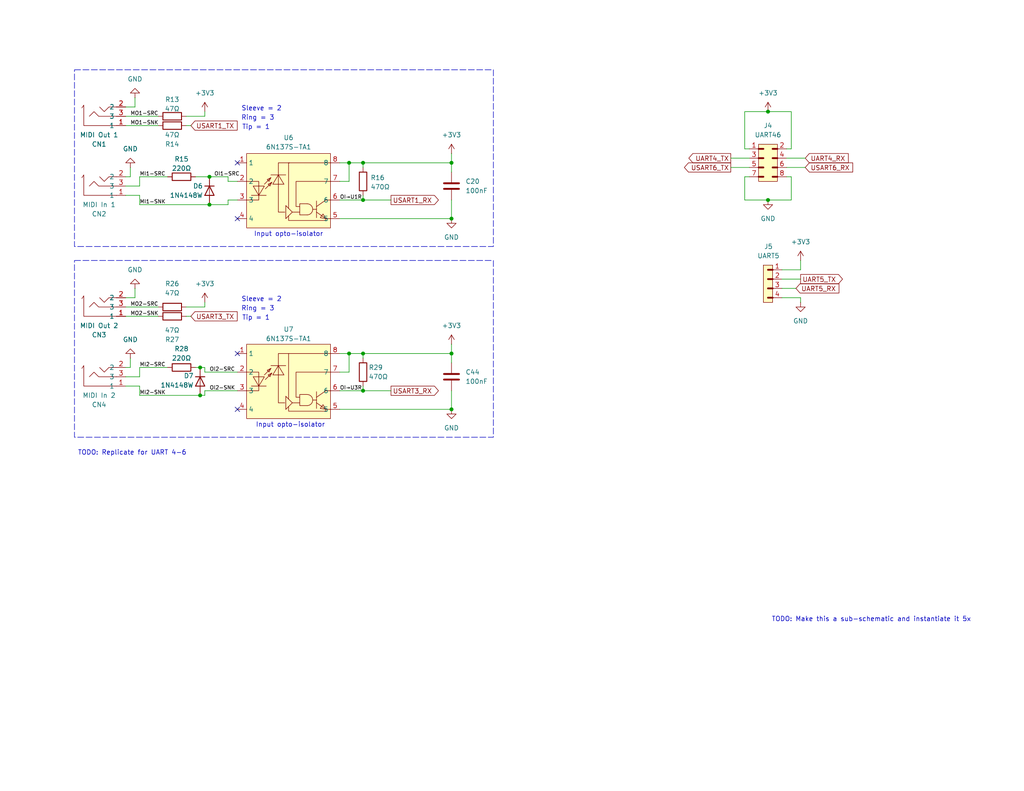
<source format=kicad_sch>
(kicad_sch (version 20231120) (generator "eeschema") (generator_version "8.0")
  (paper "USLetter")
  (title_block (title "MIDI") (date "2024-10-26") (rev "1") (company "Douglas P. Fields, Jr.") (comment 1 "Sleeve: n/c (5-pin: 2)") (comment 2 "Ring: Source (5-pin: 4)") (comment 3 "Tip: Sink (5-pin: 5)") (comment 4 "MIDI TRS Type A"))
  (lib_symbols
    (symbol "Device:C" (pin_numbers hide) (pin_names (offset 0.254))
      (property "Reference" "C" (at 0.635 2.54 0))
      (property "Value" "C" (at 0.635 -2.54 0))
      (symbol "C_0_1"
        (polyline (pts (xy -2.032 -0.762) (xy 2.032 -0.762)) (stroke (width 0.508)))
        (polyline (pts (xy -2.032 0.762) (xy 2.032 0.762)) (stroke (width 0.508)))
      )
      (symbol "C_1_1"
        (pin passive line (at 0 3.81 270) (length 2.794) (name "~") (number "1"))
        (pin passive line (at 0 -3.81 90) (length 2.794) (name "~") (number "2"))
      )
    )
    (symbol "Device:R" (pin_numbers hide) (pin_names (offset 0))
      (property "Reference" "R" (at 2.032 0 90))
      (property "Value" "R" (at 0 0 90))
      (symbol "R_0_1"
        (rectangle (start -1.016 -2.54) (end 1.016 2.54) (stroke (width 0.254)))
      )
      (symbol "R_1_1"
        (pin passive line (at 0 3.81 270) (length 1.27) (name "~") (number "1"))
        (pin passive line (at 0 -3.81 90) (length 1.27) (name "~") (number "2"))
      )
    )
    (symbol "Diode:1N4148W" (pin_numbers hide) (pin_names hide)
      (property "Reference" "D" (at 0 2.54 0))
      (property "Value" "1N4148W" (at 0 -2.54 0))
      (symbol "1N4148W_0_1"
        (polyline (pts (xy -1.27 1.27) (xy -1.27 -1.27)) (stroke (width 0.254)))
        (polyline (pts (xy 1.27 0) (xy -1.27 0)))
        (polyline (pts (xy 1.27 1.27) (xy 1.27 -1.27) (xy -1.27 0) (xy 1.27 1.27)) (stroke (width 0.254)))
      )
      (symbol "1N4148W_1_1"
        (pin passive line (at -3.81 0 0) (length 2.54) (name "K") (number "1"))
        (pin passive line (at 3.81 0 180) (length 2.54) (name "A") (number "2"))
      )
    )
    (symbol "PCM_SL_Pin_Headers:PINHD_1x4_Male"
      (property "Reference" "J" (at 0 8.89 0))
      (property "Value" "PINHD_1x4_Male" (at 0 6.35 0))
      (symbol "PINHD_1x4_Male_0_1"
        (rectangle (start -1.27 5.08) (end 1.27 -5.08) (fill (type background)))
        (polyline (pts (xy -1.27 -3.81) (xy 0 -3.81)) (stroke (width 0.3)))
        (polyline (pts (xy -1.27 -3.81) (xy 0 -3.81)) (stroke (width 0.5)))
        (polyline (pts (xy -1.27 -1.27) (xy 0 -1.27)) (stroke (width 0.3)))
        (polyline (pts (xy -1.27 -1.27) (xy 0 -1.27)) (stroke (width 0.5)))
        (polyline (pts (xy -1.27 1.27) (xy 0 1.27)) (stroke (width 0.3)))
        (polyline (pts (xy -1.27 1.27) (xy 0 1.27)) (stroke (width 0.5)))
        (polyline (pts (xy -1.27 3.81) (xy 0 3.81)) (stroke (width 0.3)))
        (polyline (pts (xy -1.27 3.81) (xy 0 3.81)) (stroke (width 0.5)))
      )
      (symbol "PINHD_1x4_Male_1_1"
        (pin passive line (at -3.81 3.81 0) (length 2.54) (name "") (number "1"))
        (pin passive line (at -3.81 1.27 0) (length 2.54) (name "") (number "2"))
        (pin passive line (at -3.81 -1.27 0) (length 2.54) (name "") (number "3"))
        (pin passive line (at -3.81 -3.81 0) (length 2.54) (name "") (number "4"))
      )
    )
    (symbol "PCM_SL_Pin_Headers:PINHD_2x4_Male"
      (property "Reference" "J" (at -1.27 8.89 0))
      (property "Value" "PINHD_2x4_Male" (at -1.27 6.35 0))
      (symbol "PINHD_2x4_Male_0_1"
        (rectangle (start -2.54 5.08) (end 2.54 -5.08) (fill (type background)))
        (polyline (pts (xy -2.54 -3.81) (xy -1.27 -3.81)) (stroke (width 0.5)))
        (polyline (pts (xy -2.54 -1.27) (xy -1.27 -1.27)) (stroke (width 0.5)))
        (polyline (pts (xy -2.54 1.27) (xy -1.27 1.27)) (stroke (width 0.3)))
        (polyline (pts (xy -2.54 1.27) (xy -1.27 1.27)) (stroke (width 0.5)))
        (polyline (pts (xy -2.54 3.81) (xy -1.27 3.81)) (stroke (width 0.5)))
        (polyline (pts (xy 1.27 -3.81) (xy 2.54 -3.81)) (stroke (width 0.5)))
        (polyline (pts (xy 1.27 -1.27) (xy 2.54 -1.27)) (stroke (width 0.5)))
        (polyline (pts (xy 1.27 1.27) (xy 2.54 1.27)) (stroke (width 0.5)))
        (polyline (pts (xy 1.27 3.81) (xy 2.54 3.81)) (stroke (width 0.5)))
      )
      (symbol "PINHD_2x4_Male_1_1"
        (pin passive line (at -5.08 3.81 0) (length 2.54) (name "") (number "1"))
        (pin passive line (at 5.08 3.81 180) (length 2.54) (name "") (number "2"))
        (pin passive line (at -5.08 1.27 0) (length 2.54) (name "") (number "3"))
        (pin passive line (at 5.08 1.27 180) (length 2.54) (name "") (number "4"))
        (pin passive line (at -5.08 -1.27 0) (length 2.54) (name "") (number "5"))
        (pin passive line (at 5.08 -1.27 180) (length 2.54) (name "") (number "6"))
        (pin passive line (at -5.08 -3.81 0) (length 2.54) (name "") (number "7"))
        (pin passive line (at 5.08 -3.81 180) (length 2.54) (name "") (number "8"))
      )
    )
    (symbol "easyeda2kicad:6N137S-TA1"
      (property "Reference" "U" (at 0 12.7 0))
      (property "Value" "6N137S-TA1" (at 0 -12.7 0))
      (symbol "6N137S-TA1_0_1"
        (rectangle (start -11.43 10.16) (end 11.43 -10.16) (fill (type background)))
        (polyline (pts (xy -6.6 1.78) (xy -4.83 3.56)))
        (polyline (pts (xy -6.35 0.51) (xy -4.57 2.29)))
        (polyline (pts (xy -6.1 -1.27) (xy -10.16 -1.27)))
        (polyline (pts (xy -4.83 4.32) (xy -0.76 4.32)))
        (polyline (pts (xy -0.76 -7.62) (xy -0.76 -4.06)))
        (polyline (pts (xy 3.05 -5.84) (xy 1.02 -5.84)))
        (polyline (pts (xy 7.62 -5.84) (xy 10.16 -7.62)))
        (polyline (pts (xy 7.62 -5.08) (xy 6.6 -5.08)))
        (polyline (pts (xy 7.62 -2.79) (xy 7.62 -7.37)))
        (polyline (pts (xy 10.16 -7.62) (xy 11.43 -7.62)))
        (polyline (pts (xy 10.16 -2.54) (xy 7.62 -4.32)))
        (polyline (pts (xy 10.16 -2.54) (xy 11.43 -2.54)))
        (polyline (pts (xy -0.76 -4.06) (xy 1.02 -5.84) (xy -0.76 -7.62)))
        (polyline (pts (xy 0 -4.83) (xy 0 7.62) (xy 11.43 7.62)))
        (polyline (pts (xy -11.43 2.54) (xy -8.13 2.54) (xy -8.13 -2.54) (xy -11.43 -2.54)))
        (polyline (pts (xy -9.65 1.27) (xy -8.13 -1.27) (xy -6.6 1.27) (xy -9.65 1.27)) (fill (type background)))
        (polyline (pts (xy -4.83 3.56) (xy -5.84 3.05) (xy -5.33 2.54) (xy -4.83 3.56)) (fill (type background)))
        (polyline (pts (xy -4.57 2.29) (xy -5.59 1.78) (xy -5.08 1.27) (xy -4.57 2.29)) (fill (type background)))
        (polyline (pts (xy -1.27 1.78) (xy -2.79 4.32) (xy -4.32 1.78) (xy -1.27 1.78)) (fill (type background)))
        (polyline (pts (xy 0 -6.86) (xy 0 -8.13) (xy 10.16 -8.13) (xy 10.16 -7.62)))
        (polyline (pts (xy 0.25 7.62) (xy -2.79 7.62) (xy -2.79 -5.84) (xy -1.02 -5.84)))
        (polyline (pts (xy 3.05 -4.32) (xy 2.03 -4.32) (xy 2.03 2.54) (xy 11.43 2.54)))
        (polyline (pts (xy 5.08 -3.56) (xy 3.05 -3.56) (xy 3.05 -6.6) (xy 5.08 -6.6)))
        (polyline (pts (xy 10.16 -7.62) (xy 9.4 -6.35) (xy 8.64 -7.37) (xy 10.16 -7.62)) (fill (type background)))
        (arc (start 5.11 -6.6) (mid 6.5788 -5.0703) (end 5.08 -3.57))
        (pin unspecified line (at -13.97 7.62 0) (length 2.54) (name "1") (number "1"))
        (pin unspecified line (at -13.97 2.54 0) (length 2.54) (name "2") (number "2"))
        (pin unspecified line (at -13.97 -2.54 0) (length 2.54) (name "3") (number "3"))
        (pin unspecified line (at -13.97 -7.62 0) (length 2.54) (name "4") (number "4"))
        (pin unspecified line (at 13.97 -7.62 180) (length 2.54) (name "5") (number "5"))
        (pin unspecified line (at 13.97 -2.54 180) (length 2.54) (name "6") (number "6"))
        (pin unspecified line (at 13.97 2.54 180) (length 2.54) (name "7") (number "7"))
        (pin unspecified line (at 13.97 7.62 180) (length 2.54) (name "8") (number "8"))
      )
    )
    (symbol "easyeda2kicad:PJ-321A-4A"
      (property "Reference" "CN" (at 0 7.62 0))
      (property "Value" "PJ-321A-4A" (at 0 -7.62 0))
      (symbol "PJ-321A-4A_0_1"
        (polyline (pts (xy 0 -2.54) (xy -2.03 -2.54) (xy -3.3 -1.27) (xy -4.57 -2.54)))
        (polyline (pts (xy 0 0) (xy -4.83 0) (xy -6.1 -1.27) (xy -7.37 0)))
        (polyline (pts (xy 0 2.54) (xy -8.89 2.54) (xy -8.89 -3.05) (xy -9.4 -2.29)))
        (pin input line (at 2.54 2.54 180) (length 2.54) (name "1") (number "1"))
        (pin input line (at 2.54 -2.54 180) (length 2.54) (name "2") (number "2"))
        (pin input line (at 2.54 0 180) (length 2.54) (name "3") (number "3"))
      )
    )
    (symbol "power:+3V3" (power) (pin_numbers hide) (pin_names (offset 0) hide)
      (property "Value" "+3V3" (at 0 3.556 0))
      (symbol "+3V3_0_1"
        (polyline (pts (xy -0.762 1.27) (xy 0 2.54)))
        (polyline (pts (xy 0 0) (xy 0 2.54)))
        (polyline (pts (xy 0 2.54) (xy 0.762 1.27)))
      )
      (symbol "+3V3_1_1"
        (pin power_in line (at 0 0 90) (length 0) (name "~") (number "1"))
      )
    )
    (symbol "power:GND" (power) (pin_numbers hide) (pin_names (offset 0) hide)
      (property "Value" "GND" (at 0 -3.81 0))
      (symbol "GND_0_1"
        (polyline (pts (xy 0 0) (xy 0 -1.27) (xy 1.27 -1.27) (xy 0 -2.54) (xy -1.27 -1.27) (xy 0 -1.27)))
      )
      (symbol "GND_1_1"
        (pin power_in line (at 0 0 270) (length 0) (name "~") (number "1"))
      )
    )
  )
  (junction (at 99.06 44.45))
  (junction (at 123.19 44.45))
  (junction (at 54.61 100.33))
  (junction (at 99.06 54.61))
  (junction (at 57.15 48.26))
  (junction (at 123.19 96.52))
  (junction (at 57.15 55.88))
  (junction (at 209.55 54.61))
  (junction (at 99.06 106.68))
  (junction (at 95.25 44.45))
  (junction (at 209.55 30.48))
  (junction (at 99.06 96.52))
  (junction (at 95.25 96.52))
  (junction (at 54.61 107.95))
  (junction (at 123.19 59.69))
  (junction (at 123.19 111.76))
  (no_connect (at 64.77 59.69))
  (no_connect (at 64.77 96.52))
  (no_connect (at 64.77 111.76))
  (no_connect (at 64.77 44.45))
  (wire (pts (xy 203.2 54.61) (xy 209.55 54.61)))
  (wire (pts (xy 215.9 48.26) (xy 215.9 54.61)))
  (wire (pts (xy 123.19 93.98) (xy 123.19 96.52)))
  (wire (pts (xy 215.9 40.64) (xy 215.9 30.48)))
  (wire (pts (xy 55.88 30.48) (xy 55.88 31.75)))
  (wire (pts (xy 95.25 49.53) (xy 95.25 44.45)))
  (wire (pts (xy 34.29 105.41) (xy 38.1 105.41)))
  (wire (pts (xy 34.29 81.28) (xy 36.83 81.28)))
  (wire (pts (xy 35.56 45.72) (xy 35.56 48.26)))
  (wire (pts (xy 38.1 50.8) (xy 38.1 48.26)))
  (wire (pts (xy 57.15 48.26) (xy 62.23 48.26)))
  (wire (pts (xy 38.1 102.87) (xy 38.1 100.33)))
  (wire (pts (xy 218.44 81.28) (xy 213.36 81.28)))
  (wire (pts (xy 213.36 78.74) (xy 217.17 78.74)))
  (wire (pts (xy 215.9 54.61) (xy 209.55 54.61)))
  (wire (pts (xy 213.36 76.2) (xy 218.44 76.2)))
  (wire (pts (xy 92.71 59.69) (xy 123.19 59.69)))
  (wire (pts (xy 92.71 106.68) (xy 99.06 106.68)))
  (wire (pts (xy 34.29 83.82) (xy 43.18 83.82)))
  (wire (pts (xy 62.23 55.88) (xy 62.23 54.61)))
  (wire (pts (xy 38.1 105.41) (xy 38.1 107.95)))
  (wire (pts (xy 55.88 83.82) (xy 50.8 83.82)))
  (wire (pts (xy 92.71 111.76) (xy 123.19 111.76)))
  (wire (pts (xy 203.2 48.26) (xy 203.2 54.61)))
  (wire (pts (xy 55.88 82.55) (xy 55.88 83.82)))
  (wire (pts (xy 99.06 96.52) (xy 123.19 96.52)))
  (wire (pts (xy 34.29 31.75) (xy 43.18 31.75)))
  (wire (pts (xy 95.25 101.6) (xy 95.25 96.52)))
  (wire (pts (xy 99.06 54.61) (xy 106.68 54.61)))
  (wire (pts (xy 36.83 29.21) (xy 36.83 26.67)))
  (wire (pts (xy 55.88 100.33) (xy 54.61 100.33)))
  (wire (pts (xy 34.29 29.21) (xy 36.83 29.21)))
  (wire (pts (xy 92.71 44.45) (xy 95.25 44.45)))
  (wire (pts (xy 62.23 49.53) (xy 64.77 49.53)))
  (wire (pts (xy 34.29 50.8) (xy 38.1 50.8)))
  (wire (pts (xy 204.47 40.64) (xy 203.2 40.64)))
  (wire (pts (xy 214.63 43.18) (xy 219.71 43.18)))
  (wire (pts (xy 62.23 48.26) (xy 62.23 49.53)))
  (wire (pts (xy 99.06 106.68) (xy 99.06 105.41)))
  (wire (pts (xy 55.88 106.68) (xy 64.77 106.68)))
  (wire (pts (xy 99.06 106.68) (xy 106.68 106.68)))
  (wire (pts (xy 55.88 107.95) (xy 54.61 107.95)))
  (wire (pts (xy 38.1 48.26) (xy 45.72 48.26)))
  (wire (pts (xy 99.06 44.45) (xy 99.06 45.72)))
  (wire (pts (xy 35.56 100.33) (xy 34.29 100.33)))
  (wire (pts (xy 95.25 96.52) (xy 99.06 96.52)))
  (wire (pts (xy 199.39 43.18) (xy 204.47 43.18)))
  (wire (pts (xy 35.56 97.79) (xy 35.56 100.33)))
  (wire (pts (xy 99.06 44.45) (xy 123.19 44.45)))
  (wire (pts (xy 203.2 40.64) (xy 203.2 30.48)))
  (wire (pts (xy 123.19 96.52) (xy 123.19 99.06)))
  (wire (pts (xy 123.19 106.68) (xy 123.19 111.76)))
  (wire (pts (xy 92.71 101.6) (xy 95.25 101.6)))
  (wire (pts (xy 34.29 34.29) (xy 43.18 34.29)))
  (wire (pts (xy 55.88 31.75) (xy 50.8 31.75)))
  (wire (pts (xy 50.8 86.36) (xy 52.07 86.36)))
  (wire (pts (xy 123.19 41.91) (xy 123.19 44.45)))
  (wire (pts (xy 99.06 54.61) (xy 99.06 53.34)))
  (wire (pts (xy 99.06 96.52) (xy 99.06 97.79)))
  (wire (pts (xy 57.15 55.88) (xy 62.23 55.88)))
  (wire (pts (xy 215.9 48.26) (xy 214.63 48.26)))
  (wire (pts (xy 55.88 101.6) (xy 55.88 100.33)))
  (wire (pts (xy 218.44 82.55) (xy 218.44 81.28)))
  (wire (pts (xy 53.34 48.26) (xy 57.15 48.26)))
  (wire (pts (xy 218.44 73.66) (xy 213.36 73.66)))
  (wire (pts (xy 34.29 86.36) (xy 43.18 86.36)))
  (wire (pts (xy 38.1 100.33) (xy 45.72 100.33)))
  (wire (pts (xy 92.71 96.52) (xy 95.25 96.52)))
  (wire (pts (xy 203.2 30.48) (xy 209.55 30.48)))
  (wire (pts (xy 55.88 101.6) (xy 64.77 101.6)))
  (wire (pts (xy 38.1 53.34) (xy 38.1 55.88)))
  (wire (pts (xy 215.9 30.48) (xy 209.55 30.48)))
  (wire (pts (xy 92.71 49.53) (xy 95.25 49.53)))
  (wire (pts (xy 123.19 54.61) (xy 123.19 59.69)))
  (wire (pts (xy 62.23 54.61) (xy 64.77 54.61)))
  (wire (pts (xy 199.39 45.72) (xy 204.47 45.72)))
  (wire (pts (xy 35.56 48.26) (xy 34.29 48.26)))
  (wire (pts (xy 34.29 53.34) (xy 38.1 53.34)))
  (wire (pts (xy 55.88 106.68) (xy 55.88 107.95)))
  (wire (pts (xy 204.47 48.26) (xy 203.2 48.26)))
  (wire (pts (xy 92.71 54.61) (xy 99.06 54.61)))
  (wire (pts (xy 214.63 45.72) (xy 219.71 45.72)))
  (wire (pts (xy 123.19 44.45) (xy 123.19 46.99)))
  (wire (pts (xy 95.25 44.45) (xy 99.06 44.45)))
  (wire (pts (xy 50.8 34.29) (xy 52.07 34.29)))
  (wire (pts (xy 38.1 55.88) (xy 57.15 55.88)))
  (wire (pts (xy 36.83 81.28) (xy 36.83 78.74)))
  (wire (pts (xy 218.44 71.12) (xy 218.44 73.66)))
  (wire (pts (xy 214.63 40.64) (xy 215.9 40.64)))
  (wire (pts (xy 38.1 107.95) (xy 54.61 107.95)))
  (wire (pts (xy 34.29 102.87) (xy 38.1 102.87)))
  (wire (pts (xy 54.61 100.33) (xy 53.34 100.33)))
  (rectangle (start 20.32 19.05) (end 134.62 67.31) (stroke (width 0) (type dash)))
  (rectangle (start 20.32 71.12) (end 134.62 119.38) (stroke (width 0) (type dash)))
  (text "Ring = 3" (at 70.358 84.328 0) (effects (font (size 1.27 1.27))))
  (text "TODO: Replicate for UART 4-6" (at 36.068 123.698 0) (effects (font (size 1.27 1.27))))
  (text "Input opto-isolator" (at 79.248 116.078 0) (effects (font (size 1.27 1.27))))
  (text "Ring = 3" (at 70.358 32.258 0) (effects (font (size 1.27 1.27))))
  (text "Tip = 1" (at 69.85 86.868 0) (effects (font (size 1.27 1.27))))
  (text "Sleeve = 2" (at 71.374 81.788 0) (effects (font (size 1.27 1.27))))
  (text "Input opto-isolator" (at 78.74 64.008 0) (effects (font (size 1.27 1.27))))
  (text "TODO: Make this a sub-schematic and instantiate it 5x" (at 237.744 169.164 0) (effects (font (size 1.27 1.27))))
  (text "Tip = 1" (at 69.85 34.798 0) (effects (font (size 1.27 1.27))))
  (text "Sleeve = 2" (at 71.374 29.718 0) (effects (font (size 1.27 1.27))))
  (label "OI1-SRC" (at 58.42 48.26 0) (effects (font (size 1.016 1.016))))
  (label "MO1-SRC" (at 35.56 31.75 0) (effects (font (size 1.016 1.016))))
  (label "MO2-SRC" (at 35.56 83.82 0) (effects (font (size 1.016 1.016))))
  (label "OI→U3R" (at 92.71 106.68 0) (effects (font (size 1.016 1.016))))
  (label "MO1-SNK" (at 35.56 34.29 0) (effects (font (size 1.016 1.016))))
  (label "MO2-SNK" (at 35.56 86.36 0) (effects (font (size 1.016 1.016))))
  (label "OI2-SRC" (at 57.15 101.6 0) (effects (font (size 1.016 1.016))))
  (label "MI1-SNK" (at 38.1 55.88 0) (effects (font (size 1.016 1.016))))
  (label "MI2-SNK" (at 38.1 107.95 0) (effects (font (size 1.016 1.016))))
  (label "MI1-SRC" (at 38.1 48.26 0) (effects (font (size 1.016 1.016))))
  (label "OI2-SNK" (at 57.15 106.68 0) (effects (font (size 1.016 1.016))))
  (label "OI→U1R" (at 92.71 54.61 0) (effects (font (size 1.016 1.016))))
  (label "MI2-SRC" (at 38.1 100.33 0) (effects (font (size 1.016 1.016))))
  (global_label "USART6_RX" (shape input) (at 219.71 45.72 0) (property "Intersheetrefs" "${INTERSHEET_REFS}" (effects (hide yes))))
  (global_label "UART5_RX" (shape input) (at 217.17 78.74 0) (property "Intersheetrefs" "${INTERSHEET_REFS}" (effects (hide yes))))
  (global_label "USART1_RX" (shape output) (at 106.68 54.61 0) (property "Intersheetrefs" "${INTERSHEET_REFS}" (effects (hide yes))))
  (global_label "USART3_RX" (shape output) (at 106.68 106.68 0) (property "Intersheetrefs" "${INTERSHEET_REFS}" (effects (hide yes))))
  (global_label "USART3_TX" (shape input) (at 52.07 86.36 0) (property "Intersheetrefs" "${INTERSHEET_REFS}" (effects (hide yes))))
  (global_label "UART4_TX" (shape output) (at 199.39 43.18 180) (property "Intersheetrefs" "${INTERSHEET_REFS}" (effects (hide yes))))
  (global_label "UART4_RX" (shape input) (at 219.71 43.18 0) (property "Intersheetrefs" "${INTERSHEET_REFS}" (effects (hide yes))))
  (global_label "UART5_TX" (shape output) (at 218.44 76.2 0) (property "Intersheetrefs" "${INTERSHEET_REFS}" (effects (hide yes))))
  (global_label "USART6_TX" (shape output) (at 199.39 45.72 180) (property "Intersheetrefs" "${INTERSHEET_REFS}" (effects (hide yes))))
  (global_label "USART1_TX" (shape input) (at 52.07 34.29 0) (property "Intersheetrefs" "${INTERSHEET_REFS}" (effects (hide yes))))
  (symbol (lib_id "power:GND") (at 36.83 78.74 0) (mirror x) (unit 1)
    (property "Reference" "#PWR072" (effects (hide yes)))
    (property "Value" "GND" (at 36.83 73.66 0))
    (property "Description" "Power symbol creates a global label with name \"GND\" , ground" (effects (hide yes)))
  )
  (symbol (lib_id "easyeda2kicad:PJ-321A-4A") (at 31.75 83.82 0) (mirror x) (unit 1)
    (property "Reference" "CN3" (at 27.05 91.44 0))
    (property "Value" "MIDI Out 2" (at 27.05 88.9 0))
    (property "Footprint" "easyeda2kicad:AUDIO-SMD_PJ-321A-4A" (effects (hide yes)))
    (property "Datasheet" "https://lcsc.com/product-detail/Audio-Video-Connectors_Korean-Hroparts-Elec-PJ-321A-4A_C879743.html" (effects (hide yes)))
    (property "Description" "Korean Hroparts Elec PJ-321A-4A -20℃~+70℃ 3.5mm Headphone Jack 30V 500mA SMD Audio Connectors (Headphones) ROHS" (effects (hide yes)))
    (property "LCSC Part" "C879743" (effects (hide yes)))
    (property "LCSC" "C879743" (effects (hide yes)))
    (property "DPFNOTES" "-20℃~+70℃ 3.5mm Headphone Jack 30V 500mA SMD Audio Connectors (Headphones) ROHS" (effects (hide yes)))
    (property "DPFURL" "https://jlcpcb.com/partdetail/Korean_HropartsElec-PJ_321A4A/C879743" (effects (hide yes)))
    (property "JLC Basic Part" "Extended" (effects (hide yes)))
    (property "Manu Part" "PJ-321A-4A" (effects (hide yes)))
    (property "Manufacturer" "Korean Hroparts Elec" (effects (hide yes)))
  )
  (symbol (lib_id "power:GND") (at 35.56 97.79 0) (mirror x) (unit 1)
    (property "Reference" "#PWR071" (effects (hide yes)))
    (property "Value" "GND" (at 35.56 92.71 0))
    (property "Description" "Power symbol creates a global label with name \"GND\" , ground" (effects (hide yes)))
  )
  (symbol (lib_id "power:GND") (at 35.56 45.72 0) (mirror x) (unit 1)
    (property "Reference" "#PWR040" (effects (hide yes)))
    (property "Value" "GND" (at 35.56 40.64 0))
    (property "Description" "Power symbol creates a global label with name \"GND\" , ground" (effects (hide yes)))
  )
  (symbol (lib_id "power:+3V3") (at 55.88 82.55 0) (unit 1)
    (property "Reference" "#PWR073" (effects (hide yes)))
    (property "Value" "+3V3" (at 55.88 77.47 0))
    (property "Description" "Power symbol creates a global label with name \"+3V3\"" (effects (hide yes)))
  )
  (symbol (lib_id "easyeda2kicad:PJ-321A-4A") (at 31.75 50.8 0) (mirror x) (unit 1)
    (property "Reference" "CN2" (at 27.05 58.42 0))
    (property "Value" "MIDI In 1" (at 27.05 55.88 0))
    (property "Footprint" "easyeda2kicad:AUDIO-SMD_PJ-321A-4A" (effects (hide yes)))
    (property "Datasheet" "https://lcsc.com/product-detail/Audio-Video-Connectors_Korean-Hroparts-Elec-PJ-321A-4A_C879743.html" (effects (hide yes)))
    (property "Description" "Korean Hroparts Elec PJ-321A-4A -20℃~+70℃ 3.5mm Headphone Jack 30V 500mA SMD Audio Connectors (Headphones) ROHS" (effects (hide yes)))
    (property "LCSC Part" "C879743" (effects (hide yes)))
    (property "LCSC" "C879743" (effects (hide yes)))
    (property "DPFNOTES" "-20℃~+70℃ 3.5mm Headphone Jack 30V 500mA SMD Audio Connectors (Headphones) ROHS" (effects (hide yes)))
    (property "DPFURL" "https://jlcpcb.com/partdetail/Korean_HropartsElec-PJ_321A4A/C879743" (effects (hide yes)))
    (property "JLC Basic Part" "Extended" (effects (hide yes)))
    (property "Manu Part" "PJ-321A-4A" (effects (hide yes)))
    (property "Manufacturer" "Korean Hroparts Elec" (effects (hide yes)))
  )
  (symbol (lib_id "easyeda2kicad:6N137S-TA1") (at 78.74 104.14 0) (unit 1)
    (property "Reference" "U7" (at 78.74 89.916 0))
    (property "Value" "6N137S-TA1" (at 78.74 92.456 0))
    (property "Footprint" "easyeda2kicad:SOP-8_L9.8-W6.6-P2.54-LS10.3-BL" (effects (hide yes)))
    (property "Datasheet" "https://lcsc.com/product-detail/SMD-Optocouplers_6N137S-TA1_C92651.html" (effects (hide yes)))
    (property "LCSC Part" "C92651" (effects (hide yes)))
    (property "LCSC" "C92651" (effects (hide yes)))
    (property "Manu Part" "6N137S-TA1-L" (effects (hide yes)))
    (property "Manufacturer" "Lite-On" (effects (hide yes)))
    (property "DPFNOTES" "15Mbit/s 4.5V~5.5V 10kV/us DC SOP-8-2.54mm Logic Output Optoisolators ROHS" (effects (hide yes)))
    (property "JLC Basic Part" "Extended" (effects (hide yes)))
  )
  (symbol (lib_id "power:+3V3") (at 209.55 30.48 0) (unit 1)
    (property "Reference" "#PWR076" (effects (hide yes)))
    (property "Value" "+3V3" (at 209.55 25.4 0))
    (property "Description" "Power symbol creates a global label with name \"+3V3\"" (effects (hide yes)))
  )
  (symbol (lib_id "power:GND") (at 209.55 54.61 0) (unit 1)
    (property "Reference" "#PWR077" (effects (hide yes)))
    (property "Value" "GND" (at 209.55 59.69 0))
    (property "Description" "Power symbol creates a global label with name \"GND\" , ground" (effects (hide yes)))
  )
  (symbol (lib_id "power:+3V3") (at 123.19 93.98 0) (unit 1)
    (property "Reference" "#PWR074" (effects (hide yes)))
    (property "Value" "+3V3" (at 123.19 88.9 0))
    (property "Description" "Power symbol creates a global label with name \"+3V3\"" (effects (hide yes)))
  )
  (symbol (lib_id "Device:R") (at 99.06 49.53 0) (mirror x) (unit 1)
    (property "Reference" "R16" (at 101.092 48.514 0) (effects (justify left)))
    (property "Value" "470Ω" (at 101.092 51.054 0) (effects (justify left)))
    (property "Footprint" "Resistor_SMD:R_0402_1005Metric" (effects (hide yes)))
    (property "Datasheet" "https://www.lcsc.com/datasheet/lcsc_datasheet_2205311900_UNI-ROYAL-Uniroyal-Elec-0402WGF4700TCE_C25117.pdf" (effects (hide yes)))
    (property "Description" "Resistor" (effects (hide yes)))
    (property "LCSC" "C25117" (effects (hide yes)))
    (property "DPFNOTES" "62.5mW Thick Film Resistors 50V ±100ppm/℃ ±1% 470Ω 0402 Chip Resistor - Surface Mount ROHS" (effects (hide yes)))
    (property "Manu Part" "0402WGF4700TCE" (effects (hide yes)))
    (property "Manufacturer" "UNI-ROYAL(Uniroyal Elec)" (effects (hide yes)))
    (property "JLC Basic Part" "Basic" (effects (hide yes)))
  )
  (symbol (lib_id "power:GND") (at 123.19 111.76 0) (unit 1)
    (property "Reference" "#PWR075" (effects (hide yes)))
    (property "Value" "GND" (at 123.19 116.84 0))
    (property "Description" "Power symbol creates a global label with name \"GND\" , ground" (effects (hide yes)))
  )
  (symbol (lib_id "easyeda2kicad:6N137S-TA1") (at 78.74 52.07 0) (unit 1)
    (property "Reference" "U6" (at 78.74 37.592 0))
    (property "Value" "6N137S-TA1" (at 78.74 40.132 0))
    (property "Footprint" "easyeda2kicad:SOP-8_L9.8-W6.6-P2.54-LS10.3-BL" (effects (hide yes)))
    (property "Datasheet" "https://lcsc.com/product-detail/SMD-Optocouplers_6N137S-TA1_C92651.html" (effects (hide yes)))
    (property "LCSC Part" "C92651" (effects (hide yes)))
    (property "LCSC" "C92651" (effects (hide yes)))
    (property "Manu Part" "6N137S-TA1-L" (effects (hide yes)))
    (property "Manufacturer" "Lite-On" (effects (hide yes)))
    (property "DPFNOTES" "15Mbit/s 4.5V~5.5V 10kV/us DC SOP-8-2.54mm Logic Output Optoisolators ROHS" (effects (hide yes)))
    (property "JLC Basic Part" "Extended" (effects (hide yes)))
  )
  (symbol (lib_id "Device:R") (at 46.99 86.36 90) (mirror x) (unit 1)
    (property "Reference" "R27" (at 46.99 92.71 90))
    (property "Value" "47Ω" (at 46.99 90.17 90))
    (property "Footprint" "Resistor_SMD:R_0402_1005Metric" (effects (hide yes)))
    (property "Datasheet" "https://www.lcsc.com/datasheet/lcsc_datasheet_2205311900_UNI-ROYAL-Uniroyal-Elec-0402WGF470JTCE_C25118.pdf" (effects (hide yes)))
    (property "Description" "Resistor" (effects (hide yes)))
    (property "LCSC" "C25118" (effects (hide yes)))
    (property "DPFNOTES" "62.5mW Thick Film Resistors 50V ±1% ±200ppm/℃ 47Ω 0402 Chip Resistor - Surface Mount ROHS" (effects (hide yes)))
    (property "Manu Part" "0402WGF470JTCE" (effects (hide yes)))
    (property "Manufacturer" "UNI-ROYAL(Uniroyal Elec)" (effects (hide yes)))
    (property "JLC Basic Part" "Extended - Basic is C23182 but 0603" (effects (hide yes)))
  )
  (symbol (lib_id "Device:R") (at 46.99 31.75 90) (unit 1)
    (property "Reference" "R13" (at 46.99 27.178 90))
    (property "Value" "47Ω" (at 46.99 29.718 90))
    (property "Footprint" "Resistor_SMD:R_0402_1005Metric" (effects (hide yes)))
    (property "Datasheet" "https://www.lcsc.com/datasheet/lcsc_datasheet_2205311900_UNI-ROYAL-Uniroyal-Elec-0402WGF470JTCE_C25118.pdf" (effects (hide yes)))
    (property "Description" "Resistor" (effects (hide yes)))
    (property "LCSC" "C25118" (effects (hide yes)))
    (property "DPFNOTES" "62.5mW Thick Film Resistors 50V ±1% ±200ppm/℃ 47Ω 0402 Chip Resistor - Surface Mount ROHS" (effects (hide yes)))
    (property "Manu Part" "0402WGF470JTCE" (effects (hide yes)))
    (property "Manufacturer" "UNI-ROYAL(Uniroyal Elec)" (effects (hide yes)))
    (property "JLC Basic Part" "Extended - Basic is C23182 but 0603" (effects (hide yes)))
  )
  (symbol (lib_id "PCM_SL_Pin_Headers:PINHD_2x4_Male") (at 209.55 44.45 0) (unit 1)
    (property "Reference" "J4" (at 209.55 34.29 0))
    (property "Value" "UART46" (at 209.55 36.83 0))
    (property "Footprint" "Connector_PinHeader_2.54mm:PinHeader_2x04_P2.54mm_Vertical" (effects (hide yes)))
    (property "Datasheet" "https://wmsc.lcsc.com/wmsc/upload/file/pdf/v2/lcsc/2209231730_ZHOURI-PZ2-54-2-4_C5156676.pdf" (effects (hide yes)))
    (property "Description" "Pin Header male with pin space 2.54mm. Pin Count -8" (effects (hide yes)))
    (property "LCSC" "C5156676" (effects (hide yes)))
    (property "Manu Part" "PZ2.54-2*4" (effects (hide yes)))
    (property "Manufacturer" "ZHOURI" (effects (hide yes)))
    (property "DPFNOTES" "8P 2.54mm Double Row 2x4P Plugin,P=2.54mm Pin Headers ROHS" (effects (hide yes)))
    (property "JLC Basic Part" "Extended" (effects (hide yes)))
  )
  (symbol (lib_id "power:GND") (at 123.19 59.69 0) (unit 1)
    (property "Reference" "#PWR042" (effects (hide yes)))
    (property "Value" "GND" (at 123.19 64.77 0))
    (property "Description" "Power symbol creates a global label with name \"GND\" , ground" (effects (hide yes)))
  )
  (symbol (lib_id "easyeda2kicad:PJ-321A-4A") (at 31.75 102.87 0) (mirror x) (unit 1)
    (property "Reference" "CN4" (at 27.05 110.49 0))
    (property "Value" "MIDI In 2" (at 27.05 107.95 0))
    (property "Footprint" "easyeda2kicad:AUDIO-SMD_PJ-321A-4A" (effects (hide yes)))
    (property "Datasheet" "https://lcsc.com/product-detail/Audio-Video-Connectors_Korean-Hroparts-Elec-PJ-321A-4A_C879743.html" (effects (hide yes)))
    (property "Description" "Korean Hroparts Elec PJ-321A-4A -20℃~+70℃ 3.5mm Headphone Jack 30V 500mA SMD Audio Connectors (Headphones) ROHS" (effects (hide yes)))
    (property "LCSC Part" "C879743" (effects (hide yes)))
    (property "LCSC" "C879743" (effects (hide yes)))
    (property "DPFNOTES" "-20℃~+70℃ 3.5mm Headphone Jack 30V 500mA SMD Audio Connectors (Headphones) ROHS" (effects (hide yes)))
    (property "DPFURL" "https://jlcpcb.com/partdetail/Korean_HropartsElec-PJ_321A4A/C879743" (effects (hide yes)))
    (property "JLC Basic Part" "Extended" (effects (hide yes)))
    (property "Manu Part" "PJ-321A-4A" (effects (hide yes)))
    (property "Manufacturer" "Korean Hroparts Elec" (effects (hide yes)))
  )
  (symbol (lib_id "power:+3V3") (at 55.88 30.48 0) (unit 1)
    (property "Reference" "#PWR038" (effects (hide yes)))
    (property "Value" "+3V3" (at 55.88 25.4 0))
    (property "Description" "Power symbol creates a global label with name \"+3V3\"" (effects (hide yes)))
  )
  (symbol (lib_id "Diode:1N4148W") (at 54.61 104.14 90) (mirror x) (unit 1)
    (property "Reference" "D7" (at 52.832 102.616 90) (effects (justify left)))
    (property "Value" "1N4148W" (at 52.832 105.156 90) (effects (justify left)))
    (property "Footprint" "Diode_SMD:D_SOD-123" (effects (hide yes)))
    (property "Datasheet" "https://www.vishay.com/docs/85748/1n4148w.pdf" (effects (hide yes)))
    (property "Description" "75V 0.15A Fast Switching Diode, SOD-123" (effects (hide yes)))
    (property "Sim.Device" "D" (effects (hide yes)))
    (property "Sim.Pins" "1=K 2=A" (effects (hide yes)))
    (property "LCSC" "C81598" (effects (hide yes)))
    (property "DPFNOTES" "ST(Semtech) 1N4148W 75V Independent Type 1V@50mA 4ns 150mA SOD-123 Switching Diodes ROHS" (effects (hide yes)))
    (property "DPFURL" "https://jlcpcb.com/parts/componentSearch?searchTxt=3225%2032.768" (effects (hide yes)))
    (property "JLC Basic Part" "Basic" (effects (hide yes)))
    (property "Manu Part" "1N4148W" (effects (hide yes)))
    (property "Manufacturer" "ST(Semtech)" (effects (hide yes)))
  )
  (symbol (lib_id "Device:C") (at 123.19 102.87 0) (unit 1)
    (property "Reference" "C44" (at 127 101.5999 0) (effects (justify left)))
    (property "Value" "100nF" (at 127 104.1399 0) (effects (justify left)))
    (property "Footprint" "Capacitor_SMD:C_0402_1005Metric" (effects (hide yes)))
    (property "Datasheet" "https://www.lcsc.com/datasheet/lcsc_datasheet_2304140030_Samsung-Electro-Mechanics-CL05B104KB54PNC_C307331.pdf" (effects (hide yes)))
    (property "Description" "Unpolarized capacitor" (effects (hide yes)))
    (property "LCSC" "C307331" (effects (hide yes)))
    (property "DPFNOTES" "50V 100nF X7R ±10% 0402 Multilayer Ceramic Capacitors MLCC - SMD/SMT ROHS" (effects (hide yes)))
    (property "JLC Basic Part" "Basic" (effects (hide yes)))
    (property "Manu Part" "CL05B104KB54PNC" (effects (hide yes)))
    (property "Manufacturer" "Samsung Electro-Mechanics" (effects (hide yes)))
  )
  (symbol (lib_id "Device:R") (at 99.06 101.6 0) (mirror x) (unit 1)
    (property "Reference" "R29" (at 100.584 100.33 0) (effects (justify left)))
    (property "Value" "470Ω" (at 100.584 102.87 0) (effects (justify left)))
    (property "Footprint" "Resistor_SMD:R_0402_1005Metric" (effects (hide yes)))
    (property "Datasheet" "https://www.lcsc.com/datasheet/lcsc_datasheet_2205311900_UNI-ROYAL-Uniroyal-Elec-0402WGF4700TCE_C25117.pdf" (effects (hide yes)))
    (property "Description" "Resistor" (effects (hide yes)))
    (property "LCSC" "C25117" (effects (hide yes)))
    (property "DPFNOTES" "62.5mW Thick Film Resistors 50V ±100ppm/℃ ±1% 470Ω 0402 Chip Resistor - Surface Mount ROHS" (effects (hide yes)))
    (property "Manu Part" "0402WGF4700TCE" (effects (hide yes)))
    (property "Manufacturer" "UNI-ROYAL(Uniroyal Elec)" (effects (hide yes)))
    (property "JLC Basic Part" "Basic" (effects (hide yes)))
  )
  (symbol (lib_id "power:+3V3") (at 123.19 41.91 0) (unit 1)
    (property "Reference" "#PWR041" (effects (hide yes)))
    (property "Value" "+3V3" (at 123.19 36.83 0))
    (property "Description" "Power symbol creates a global label with name \"+3V3\"" (effects (hide yes)))
  )
  (symbol (lib_id "Device:R") (at 49.53 48.26 90) (unit 1)
    (property "Reference" "R15" (at 49.53 43.434 90))
    (property "Value" "220Ω" (at 49.53 45.974 90))
    (property "Footprint" "Resistor_SMD:R_0402_1005Metric" (effects (hide yes)))
    (property "Datasheet" "https://www.lcsc.com/datasheet/lcsc_datasheet_2205311900_UNI-ROYAL-Uniroyal-Elec-0402WGF2200TCE_C25091.pdf" (effects (hide yes)))
    (property "Description" "Resistor" (effects (hide yes)))
    (property "LCSC" "C25091" (effects (hide yes)))
    (property "DPFNOTES" "62.5mW Thick Film Resistors 50V ±100ppm/℃ ±1% 220Ω 0402 Chip Resistor - Surface Mount ROHS" (effects (hide yes)))
    (property "Manu Part" "0402WGF2200TCE" (effects (hide yes)))
    (property "Manufacturer" "UNI-ROYAL(Uniroyal Elec)" (effects (hide yes)))
    (property "JLC Basic Part" "Basic" (effects (hide yes)))
  )
  (symbol (lib_id "PCM_SL_Pin_Headers:PINHD_1x4_Male") (at 209.55 77.47 0) (mirror y) (unit 1)
    (property "Reference" "J5" (at 209.675 67.31 0))
    (property "Value" "UART5" (at 209.675 69.85 0))
    (property "Footprint" "Connector_PinHeader_2.54mm:PinHeader_1x04_P2.54mm_Vertical" (effects (hide yes)))
    (property "Datasheet" "https://wmsc.lcsc.com/wmsc/upload/file/pdf/v2/lcsc/2207291800_ZHOURI-2-54-1-4_C5116483.pdf" (effects (hide yes)))
    (property "Description" "Pin Header male with pin space 2.54mm. Pin Count -4" (effects (hide yes)))
    (property "DPFNOTES" "4P 2.54mm Single Row 1x4P Plugin,P=2.54mm Pin Headers ROHS" (effects (hide yes)))
    (property "LCSC" "C5116483" (effects (hide yes)))
    (property "Manu Part" "2.54-1*4" (effects (hide yes)))
    (property "Manufacturer" "ZHOURI" (effects (hide yes)))
    (property "JLC Basic Part" "Extended" (effects (hide yes)))
  )
  (symbol (lib_id "Device:R") (at 46.99 83.82 90) (unit 1)
    (property "Reference" "R26" (at 46.99 77.47 90))
    (property "Value" "47Ω" (at 46.99 80.01 90))
    (property "Footprint" "Resistor_SMD:R_0402_1005Metric" (effects (hide yes)))
    (property "Datasheet" "https://www.lcsc.com/datasheet/lcsc_datasheet_2205311900_UNI-ROYAL-Uniroyal-Elec-0402WGF470JTCE_C25118.pdf" (effects (hide yes)))
    (property "Description" "Resistor" (effects (hide yes)))
    (property "LCSC" "C25118" (effects (hide yes)))
    (property "DPFNOTES" "62.5mW Thick Film Resistors 50V ±1% ±200ppm/℃ 47Ω 0402 Chip Resistor - Surface Mount ROHS" (effects (hide yes)))
    (property "Manu Part" "0402WGF470JTCE" (effects (hide yes)))
    (property "Manufacturer" "UNI-ROYAL(Uniroyal Elec)" (effects (hide yes)))
    (property "JLC Basic Part" "Extended - Basic is C23182 but 0603" (effects (hide yes)))
  )
  (symbol (lib_id "power:GND") (at 218.44 82.55 0) (unit 1)
    (property "Reference" "#PWR079" (effects (hide yes)))
    (property "Value" "GND" (at 218.44 87.63 0))
    (property "Description" "Power symbol creates a global label with name \"GND\" , ground" (effects (hide yes)))
  )
  (symbol (lib_id "power:GND") (at 36.83 26.67 0) (mirror x) (unit 1)
    (property "Reference" "#PWR039" (effects (hide yes)))
    (property "Value" "GND" (at 36.83 21.59 0))
    (property "Description" "Power symbol creates a global label with name \"GND\" , ground" (effects (hide yes)))
  )
  (symbol (lib_id "Device:C") (at 123.19 50.8 0) (unit 1)
    (property "Reference" "C20" (at 127 49.5299 0) (effects (justify left)))
    (property "Value" "100nF" (at 127 52.0699 0) (effects (justify left)))
    (property "Footprint" "Capacitor_SMD:C_0402_1005Metric" (effects (hide yes)))
    (property "Datasheet" "https://www.lcsc.com/datasheet/lcsc_datasheet_2304140030_Samsung-Electro-Mechanics-CL05B104KB54PNC_C307331.pdf" (effects (hide yes)))
    (property "Description" "Unpolarized capacitor" (effects (hide yes)))
    (property "LCSC" "C307331" (effects (hide yes)))
    (property "DPFNOTES" "50V 100nF X7R ±10% 0402 Multilayer Ceramic Capacitors MLCC - SMD/SMT ROHS" (effects (hide yes)))
    (property "JLC Basic Part" "Basic" (effects (hide yes)))
    (property "Manu Part" "CL05B104KB54PNC" (effects (hide yes)))
    (property "Manufacturer" "Samsung Electro-Mechanics" (effects (hide yes)))
  )
  (symbol (lib_id "Device:R") (at 46.99 34.29 90) (mirror x) (unit 1)
    (property "Reference" "R14" (at 46.99 39.37 90))
    (property "Value" "47Ω" (at 46.99 36.83 90))
    (property "Footprint" "Resistor_SMD:R_0402_1005Metric" (effects (hide yes)))
    (property "Datasheet" "https://www.lcsc.com/datasheet/lcsc_datasheet_2205311900_UNI-ROYAL-Uniroyal-Elec-0402WGF470JTCE_C25118.pdf" (effects (hide yes)))
    (property "Description" "Resistor" (effects (hide yes)))
    (property "LCSC" "C25118" (effects (hide yes)))
    (property "DPFNOTES" "62.5mW Thick Film Resistors 50V ±1% ±200ppm/℃ 47Ω 0402 Chip Resistor - Surface Mount ROHS" (effects (hide yes)))
    (property "Manu Part" "0402WGF470JTCE" (effects (hide yes)))
    (property "Manufacturer" "UNI-ROYAL(Uniroyal Elec)" (effects (hide yes)))
    (property "JLC Basic Part" "Extended - Basic is C23182 but 0603" (effects (hide yes)))
  )
  (symbol (lib_id "Device:R") (at 49.53 100.33 90) (unit 1)
    (property "Reference" "R28" (at 49.53 95.25 90))
    (property "Value" "220Ω" (at 49.53 97.79 90))
    (property "Footprint" "Resistor_SMD:R_0402_1005Metric" (effects (hide yes)))
    (property "Datasheet" "https://www.lcsc.com/datasheet/lcsc_datasheet_2205311900_UNI-ROYAL-Uniroyal-Elec-0402WGF2200TCE_C25091.pdf" (effects (hide yes)))
    (property "Description" "Resistor" (effects (hide yes)))
    (property "LCSC" "C25091" (effects (hide yes)))
    (property "DPFNOTES" "62.5mW Thick Film Resistors 50V ±100ppm/℃ ±1% 220Ω 0402 Chip Resistor - Surface Mount ROHS" (effects (hide yes)))
    (property "Manu Part" "0402WGF2200TCE" (effects (hide yes)))
    (property "Manufacturer" "UNI-ROYAL(Uniroyal Elec)" (effects (hide yes)))
    (property "JLC Basic Part" "Basic" (effects (hide yes)))
  )
  (symbol (lib_id "Diode:1N4148W") (at 57.15 52.07 90) (mirror x) (unit 1)
    (property "Reference" "D6" (at 55.372 50.8 90) (effects (justify left)))
    (property "Value" "1N4148W" (at 55.372 53.34 90) (effects (justify left)))
    (property "Footprint" "Diode_SMD:D_SOD-123" (effects (hide yes)))
    (property "Datasheet" "https://www.vishay.com/docs/85748/1n4148w.pdf" (effects (hide yes)))
    (property "Description" "75V 0.15A Fast Switching Diode, SOD-123" (effects (hide yes)))
    (property "Sim.Device" "D" (effects (hide yes)))
    (property "Sim.Pins" "1=K 2=A" (effects (hide yes)))
    (property "LCSC" "C81598" (effects (hide yes)))
    (property "DPFNOTES" "ST(Semtech) 1N4148W 75V Independent Type 1V@50mA 4ns 150mA SOD-123 Switching Diodes ROHS" (effects (hide yes)))
    (property "DPFURL" "https://jlcpcb.com/parts/componentSearch?searchTxt=3225%2032.768" (effects (hide yes)))
    (property "JLC Basic Part" "Basic" (effects (hide yes)))
    (property "Manu Part" "1N4148W" (effects (hide yes)))
    (property "Manufacturer" "ST(Semtech)" (effects (hide yes)))
  )
  (symbol (lib_id "power:+3V3") (at 218.44 71.12 0) (unit 1)
    (property "Reference" "#PWR078" (effects (hide yes)))
    (property "Value" "+3V3" (at 218.44 66.04 0))
    (property "Description" "Power symbol creates a global label with name \"+3V3\"" (effects (hide yes)))
  )
  (symbol (lib_id "easyeda2kicad:PJ-321A-4A") (at 31.75 31.75 0) (mirror x) (unit 1)
    (property "Reference" "CN1" (at 27.05 39.37 0))
    (property "Value" "MIDI Out 1" (at 27.05 36.83 0))
    (property "Footprint" "easyeda2kicad:AUDIO-SMD_PJ-321A-4A" (effects (hide yes)))
    (property "Datasheet" "https://lcsc.com/product-detail/Audio-Video-Connectors_Korean-Hroparts-Elec-PJ-321A-4A_C879743.html" (effects (hide yes)))
    (property "Description" "Korean Hroparts Elec PJ-321A-4A -20℃~+70℃ 3.5mm Headphone Jack 30V 500mA SMD Audio Connectors (Headphones) ROHS" (effects (hide yes)))
    (property "LCSC Part" "C879743" (effects (hide yes)))
    (property "LCSC" "C879743" (effects (hide yes)))
    (property "DPFNOTES" "-20℃~+70℃ 3.5mm Headphone Jack 30V 500mA SMD Audio Connectors (Headphones) ROHS" (effects (hide yes)))
    (property "DPFURL" "https://jlcpcb.com/partdetail/Korean_HropartsElec-PJ_321A4A/C879743" (effects (hide yes)))
    (property "JLC Basic Part" "Extended" (effects (hide yes)))
    (property "Manu Part" "PJ-321A-4A" (effects (hide yes)))
    (property "Manufacturer" "Korean Hroparts Elec" (effects (hide yes)))
  )
)
</source>
